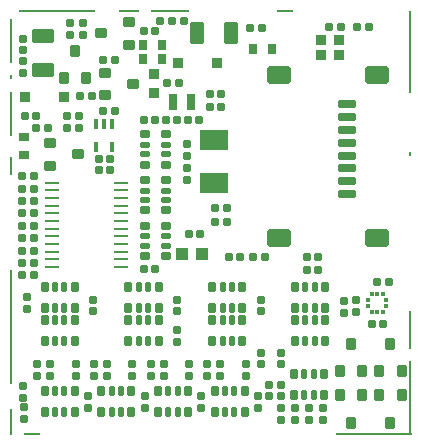
<source format=gbp>
G04*
G04 #@! TF.GenerationSoftware,Altium Limited,Altium Designer,23.8.1 (32)*
G04*
G04 Layer_Color=128*
%FSLAX25Y25*%
%MOIN*%
G70*
G04*
G04 #@! TF.SameCoordinates,F58DEBE5-8EEA-44EF-AA6C-98AFA8108316*
G04*
G04*
G04 #@! TF.FilePolarity,Positive*
G04*
G01*
G75*
%ADD22R,0.12992X0.00787*%
%ADD23R,0.06693X0.00787*%
%ADD24R,0.00787X0.12992*%
%ADD25R,0.05512X0.00787*%
%ADD26R,0.25197X0.00787*%
%ADD27R,0.00787X0.38189*%
%ADD28R,0.00787X0.09055*%
%ADD29R,0.00787X0.06299*%
%ADD30R,0.00787X0.24803*%
%ADD31R,0.00787X0.27559*%
%ADD32R,0.00787X0.14567*%
%ADD33R,0.00787X0.01575*%
G04:AMPARAMS|DCode=34|XSize=25.59mil|YSize=31.5mil|CornerRadius=2.56mil|HoleSize=0mil|Usage=FLASHONLY|Rotation=270.000|XOffset=0mil|YOffset=0mil|HoleType=Round|Shape=RoundedRectangle|*
%AMROUNDEDRECTD34*
21,1,0.02559,0.02638,0,0,270.0*
21,1,0.02047,0.03150,0,0,270.0*
1,1,0.00512,-0.01319,-0.01024*
1,1,0.00512,-0.01319,0.01024*
1,1,0.00512,0.01319,0.01024*
1,1,0.00512,0.01319,-0.01024*
%
%ADD34ROUNDEDRECTD34*%
G04:AMPARAMS|DCode=35|XSize=17.72mil|YSize=31.5mil|CornerRadius=1.77mil|HoleSize=0mil|Usage=FLASHONLY|Rotation=270.000|XOffset=0mil|YOffset=0mil|HoleType=Round|Shape=RoundedRectangle|*
%AMROUNDEDRECTD35*
21,1,0.01772,0.02795,0,0,270.0*
21,1,0.01417,0.03150,0,0,270.0*
1,1,0.00354,-0.01398,-0.00709*
1,1,0.00354,-0.01398,0.00709*
1,1,0.00354,0.01398,0.00709*
1,1,0.00354,0.01398,-0.00709*
%
%ADD35ROUNDEDRECTD35*%
G04:AMPARAMS|DCode=39|XSize=27.56mil|YSize=23.62mil|CornerRadius=2.36mil|HoleSize=0mil|Usage=FLASHONLY|Rotation=90.000|XOffset=0mil|YOffset=0mil|HoleType=Round|Shape=RoundedRectangle|*
%AMROUNDEDRECTD39*
21,1,0.02756,0.01890,0,0,90.0*
21,1,0.02284,0.02362,0,0,90.0*
1,1,0.00472,0.00945,0.01142*
1,1,0.00472,0.00945,-0.01142*
1,1,0.00472,-0.00945,-0.01142*
1,1,0.00472,-0.00945,0.01142*
%
%ADD39ROUNDEDRECTD39*%
G04:AMPARAMS|DCode=43|XSize=27.56mil|YSize=23.62mil|CornerRadius=2.36mil|HoleSize=0mil|Usage=FLASHONLY|Rotation=180.000|XOffset=0mil|YOffset=0mil|HoleType=Round|Shape=RoundedRectangle|*
%AMROUNDEDRECTD43*
21,1,0.02756,0.01890,0,0,180.0*
21,1,0.02284,0.02362,0,0,180.0*
1,1,0.00472,-0.01142,0.00945*
1,1,0.00472,0.01142,0.00945*
1,1,0.00472,0.01142,-0.00945*
1,1,0.00472,-0.01142,-0.00945*
%
%ADD43ROUNDEDRECTD43*%
G04:AMPARAMS|DCode=45|XSize=35.43mil|YSize=37.4mil|CornerRadius=3.54mil|HoleSize=0mil|Usage=FLASHONLY|Rotation=270.000|XOffset=0mil|YOffset=0mil|HoleType=Round|Shape=RoundedRectangle|*
%AMROUNDEDRECTD45*
21,1,0.03543,0.03032,0,0,270.0*
21,1,0.02835,0.03740,0,0,270.0*
1,1,0.00709,-0.01516,-0.01417*
1,1,0.00709,-0.01516,0.01417*
1,1,0.00709,0.01516,0.01417*
1,1,0.00709,0.01516,-0.01417*
%
%ADD45ROUNDEDRECTD45*%
G04:AMPARAMS|DCode=49|XSize=27.56mil|YSize=36.22mil|CornerRadius=2.76mil|HoleSize=0mil|Usage=FLASHONLY|Rotation=0.000|XOffset=0mil|YOffset=0mil|HoleType=Round|Shape=RoundedRectangle|*
%AMROUNDEDRECTD49*
21,1,0.02756,0.03071,0,0,0.0*
21,1,0.02205,0.03622,0,0,0.0*
1,1,0.00551,0.01102,-0.01535*
1,1,0.00551,-0.01102,-0.01535*
1,1,0.00551,-0.01102,0.01535*
1,1,0.00551,0.01102,0.01535*
%
%ADD49ROUNDEDRECTD49*%
G04:AMPARAMS|DCode=51|XSize=35.43mil|YSize=37.4mil|CornerRadius=3.54mil|HoleSize=0mil|Usage=FLASHONLY|Rotation=270.000|XOffset=0mil|YOffset=0mil|HoleType=Round|Shape=RoundedRectangle|*
%AMROUNDEDRECTD51*
21,1,0.03543,0.03032,0,0,270.0*
21,1,0.02835,0.03740,0,0,270.0*
1,1,0.00709,-0.01516,-0.01417*
1,1,0.00709,-0.01516,0.01417*
1,1,0.00709,0.01516,0.01417*
1,1,0.00709,0.01516,-0.01417*
%
%ADD51ROUNDEDRECTD51*%
G04:AMPARAMS|DCode=94|XSize=33.47mil|YSize=33.47mil|CornerRadius=3.35mil|HoleSize=0mil|Usage=FLASHONLY|Rotation=90.000|XOffset=0mil|YOffset=0mil|HoleType=Round|Shape=RoundedRectangle|*
%AMROUNDEDRECTD94*
21,1,0.03347,0.02677,0,0,90.0*
21,1,0.02677,0.03347,0,0,90.0*
1,1,0.00669,0.01339,0.01339*
1,1,0.00669,0.01339,-0.01339*
1,1,0.00669,-0.01339,-0.01339*
1,1,0.00669,-0.01339,0.01339*
%
%ADD94ROUNDEDRECTD94*%
G04:AMPARAMS|DCode=95|XSize=25.59mil|YSize=31.5mil|CornerRadius=2.56mil|HoleSize=0mil|Usage=FLASHONLY|Rotation=0.000|XOffset=0mil|YOffset=0mil|HoleType=Round|Shape=RoundedRectangle|*
%AMROUNDEDRECTD95*
21,1,0.02559,0.02638,0,0,0.0*
21,1,0.02047,0.03150,0,0,0.0*
1,1,0.00512,0.01024,-0.01319*
1,1,0.00512,-0.01024,-0.01319*
1,1,0.00512,-0.01024,0.01319*
1,1,0.00512,0.01024,0.01319*
%
%ADD95ROUNDEDRECTD95*%
G04:AMPARAMS|DCode=96|XSize=17.72mil|YSize=31.5mil|CornerRadius=1.77mil|HoleSize=0mil|Usage=FLASHONLY|Rotation=0.000|XOffset=0mil|YOffset=0mil|HoleType=Round|Shape=RoundedRectangle|*
%AMROUNDEDRECTD96*
21,1,0.01772,0.02795,0,0,0.0*
21,1,0.01417,0.03150,0,0,0.0*
1,1,0.00354,0.00709,-0.01398*
1,1,0.00354,-0.00709,-0.01398*
1,1,0.00354,-0.00709,0.01398*
1,1,0.00354,0.00709,0.01398*
%
%ADD96ROUNDEDRECTD96*%
G04:AMPARAMS|DCode=97|XSize=33.47mil|YSize=33.47mil|CornerRadius=3.35mil|HoleSize=0mil|Usage=FLASHONLY|Rotation=0.000|XOffset=0mil|YOffset=0mil|HoleType=Round|Shape=RoundedRectangle|*
%AMROUNDEDRECTD97*
21,1,0.03347,0.02677,0,0,0.0*
21,1,0.02677,0.03347,0,0,0.0*
1,1,0.00669,0.01339,-0.01339*
1,1,0.00669,-0.01339,-0.01339*
1,1,0.00669,-0.01339,0.01339*
1,1,0.00669,0.01339,0.01339*
%
%ADD97ROUNDEDRECTD97*%
G04:AMPARAMS|DCode=98|XSize=78.74mil|YSize=57.09mil|CornerRadius=5.71mil|HoleSize=0mil|Usage=FLASHONLY|Rotation=180.000|XOffset=0mil|YOffset=0mil|HoleType=Round|Shape=RoundedRectangle|*
%AMROUNDEDRECTD98*
21,1,0.07874,0.04567,0,0,180.0*
21,1,0.06732,0.05709,0,0,180.0*
1,1,0.01142,-0.03366,0.02284*
1,1,0.01142,0.03366,0.02284*
1,1,0.01142,0.03366,-0.02284*
1,1,0.01142,-0.03366,-0.02284*
%
%ADD98ROUNDEDRECTD98*%
G04:AMPARAMS|DCode=99|XSize=59.06mil|YSize=25.59mil|CornerRadius=2.56mil|HoleSize=0mil|Usage=FLASHONLY|Rotation=180.000|XOffset=0mil|YOffset=0mil|HoleType=Round|Shape=RoundedRectangle|*
%AMROUNDEDRECTD99*
21,1,0.05906,0.02047,0,0,180.0*
21,1,0.05394,0.02559,0,0,180.0*
1,1,0.00512,-0.02697,0.01024*
1,1,0.00512,0.02697,0.01024*
1,1,0.00512,0.02697,-0.01024*
1,1,0.00512,-0.02697,-0.01024*
%
%ADD99ROUNDEDRECTD99*%
G04:AMPARAMS|DCode=100|XSize=35.43mil|YSize=37.4mil|CornerRadius=3.54mil|HoleSize=0mil|Usage=FLASHONLY|Rotation=180.000|XOffset=0mil|YOffset=0mil|HoleType=Round|Shape=RoundedRectangle|*
%AMROUNDEDRECTD100*
21,1,0.03543,0.03032,0,0,180.0*
21,1,0.02835,0.03740,0,0,180.0*
1,1,0.00709,-0.01417,0.01516*
1,1,0.00709,0.01417,0.01516*
1,1,0.00709,0.01417,-0.01516*
1,1,0.00709,-0.01417,-0.01516*
%
%ADD100ROUNDEDRECTD100*%
%ADD101R,0.01378X0.01476*%
G04:AMPARAMS|DCode=103|XSize=12.6mil|YSize=31.5mil|CornerRadius=1.26mil|HoleSize=0mil|Usage=FLASHONLY|Rotation=180.000|XOffset=0mil|YOffset=0mil|HoleType=Round|Shape=RoundedRectangle|*
%AMROUNDEDRECTD103*
21,1,0.01260,0.02898,0,0,180.0*
21,1,0.01008,0.03150,0,0,180.0*
1,1,0.00252,-0.00504,0.01449*
1,1,0.00252,0.00504,0.01449*
1,1,0.00252,0.00504,-0.01449*
1,1,0.00252,-0.00504,-0.01449*
%
%ADD103ROUNDEDRECTD103*%
%ADD104O,0.04961X0.00984*%
G04:AMPARAMS|DCode=105|XSize=70.87mil|YSize=45.28mil|CornerRadius=4.53mil|HoleSize=0mil|Usage=FLASHONLY|Rotation=0.000|XOffset=0mil|YOffset=0mil|HoleType=Round|Shape=RoundedRectangle|*
%AMROUNDEDRECTD105*
21,1,0.07087,0.03622,0,0,0.0*
21,1,0.06181,0.04528,0,0,0.0*
1,1,0.00906,0.03091,-0.01811*
1,1,0.00906,-0.03091,-0.01811*
1,1,0.00906,-0.03091,0.01811*
1,1,0.00906,0.03091,0.01811*
%
%ADD105ROUNDEDRECTD105*%
G04:AMPARAMS|DCode=106|XSize=35.83mil|YSize=33.47mil|CornerRadius=3.35mil|HoleSize=0mil|Usage=FLASHONLY|Rotation=0.000|XOffset=0mil|YOffset=0mil|HoleType=Round|Shape=RoundedRectangle|*
%AMROUNDEDRECTD106*
21,1,0.03583,0.02677,0,0,0.0*
21,1,0.02913,0.03347,0,0,0.0*
1,1,0.00669,0.01457,-0.01339*
1,1,0.00669,-0.01457,-0.01339*
1,1,0.00669,-0.01457,0.01339*
1,1,0.00669,0.01457,0.01339*
%
%ADD106ROUNDEDRECTD106*%
%ADD107R,0.09449X0.06693*%
%ADD108R,0.01476X0.01378*%
G04:AMPARAMS|DCode=109|XSize=27.56mil|YSize=55.12mil|CornerRadius=2.76mil|HoleSize=0mil|Usage=FLASHONLY|Rotation=0.000|XOffset=0mil|YOffset=0mil|HoleType=Round|Shape=RoundedRectangle|*
%AMROUNDEDRECTD109*
21,1,0.02756,0.04961,0,0,0.0*
21,1,0.02205,0.05512,0,0,0.0*
1,1,0.00551,0.01102,-0.02480*
1,1,0.00551,-0.01102,-0.02480*
1,1,0.00551,-0.01102,0.02480*
1,1,0.00551,0.01102,0.02480*
%
%ADD109ROUNDEDRECTD109*%
G04:AMPARAMS|DCode=110|XSize=35.43mil|YSize=37.4mil|CornerRadius=3.54mil|HoleSize=0mil|Usage=FLASHONLY|Rotation=180.000|XOffset=0mil|YOffset=0mil|HoleType=Round|Shape=RoundedRectangle|*
%AMROUNDEDRECTD110*
21,1,0.03543,0.03032,0,0,180.0*
21,1,0.02835,0.03740,0,0,180.0*
1,1,0.00709,-0.01417,0.01516*
1,1,0.00709,0.01417,0.01516*
1,1,0.00709,0.01417,-0.01516*
1,1,0.00709,-0.01417,-0.01516*
%
%ADD110ROUNDEDRECTD110*%
%ADD111R,0.03937X0.04331*%
G04:AMPARAMS|DCode=112|XSize=70.87mil|YSize=45.28mil|CornerRadius=4.53mil|HoleSize=0mil|Usage=FLASHONLY|Rotation=90.000|XOffset=0mil|YOffset=0mil|HoleType=Round|Shape=RoundedRectangle|*
%AMROUNDEDRECTD112*
21,1,0.07087,0.03622,0,0,90.0*
21,1,0.06181,0.04528,0,0,90.0*
1,1,0.00906,0.01811,0.03091*
1,1,0.00906,0.01811,-0.03091*
1,1,0.00906,-0.01811,-0.03091*
1,1,0.00906,-0.01811,0.03091*
%
%ADD112ROUNDEDRECTD112*%
G04:AMPARAMS|DCode=113|XSize=27.56mil|YSize=36.22mil|CornerRadius=2.76mil|HoleSize=0mil|Usage=FLASHONLY|Rotation=90.000|XOffset=0mil|YOffset=0mil|HoleType=Round|Shape=RoundedRectangle|*
%AMROUNDEDRECTD113*
21,1,0.02756,0.03071,0,0,90.0*
21,1,0.02205,0.03622,0,0,90.0*
1,1,0.00551,0.01535,0.01102*
1,1,0.00551,0.01535,-0.01102*
1,1,0.00551,-0.01535,-0.01102*
1,1,0.00551,-0.01535,0.01102*
%
%ADD113ROUNDEDRECTD113*%
D22*
X53347Y141339D02*
D03*
D23*
X39567D02*
D03*
D24*
X133465Y35236D02*
D03*
D25*
X91732Y141339D02*
D03*
X7480Y394D02*
D03*
D26*
X121260Y394D02*
D03*
X15748Y141339D02*
D03*
D27*
X394Y36024D02*
D03*
D28*
X394Y4528D02*
D03*
D29*
X394Y89764D02*
D03*
D30*
X133465Y12402D02*
D03*
D31*
Y127953D02*
D03*
D32*
X394Y107283D02*
D03*
Y131299D02*
D03*
D33*
Y119291D02*
D03*
X133465Y93701D02*
D03*
D34*
X51969Y85039D02*
D03*
Y59744D02*
D03*
Y75000D02*
D03*
Y69784D02*
D03*
X44882Y100295D02*
D03*
X51969D02*
D03*
X51969Y90256D02*
D03*
X44882D02*
D03*
X44882Y59744D02*
D03*
Y69784D02*
D03*
Y75000D02*
D03*
Y85039D02*
D03*
D35*
X51969Y81594D02*
D03*
Y66339D02*
D03*
Y78445D02*
D03*
Y63189D02*
D03*
X51969Y93701D02*
D03*
Y96850D02*
D03*
X44882Y96850D02*
D03*
X44882Y93701D02*
D03*
X44882Y66339D02*
D03*
Y63189D02*
D03*
Y81594D02*
D03*
Y78445D02*
D03*
D39*
X53937Y138189D02*
D03*
X50000D02*
D03*
X48425Y134646D02*
D03*
X44488D02*
D03*
X56299Y117323D02*
D03*
X52362D02*
D03*
X84952Y59621D02*
D03*
X81015D02*
D03*
X76756D02*
D03*
X72819D02*
D03*
X33434Y92088D02*
D03*
X29497D02*
D03*
X33434Y88365D02*
D03*
X29497D02*
D03*
X31018Y125197D02*
D03*
X34955D02*
D03*
X119652Y136130D02*
D03*
X83904Y135891D02*
D03*
X98819Y59621D02*
D03*
X66535Y113779D02*
D03*
Y109449D02*
D03*
X63105Y105230D02*
D03*
X51828Y105285D02*
D03*
X72244Y75625D02*
D03*
X59518Y67140D02*
D03*
X124435Y37274D02*
D03*
X98819Y55118D02*
D03*
X57874Y138189D02*
D03*
X44488Y105194D02*
D03*
X22835Y106592D02*
D03*
X8770D02*
D03*
X22835Y102362D02*
D03*
X8770D02*
D03*
X48473Y55454D02*
D03*
X3937Y53543D02*
D03*
X70472Y113779D02*
D03*
X68307Y75625D02*
D03*
Y71137D02*
D03*
X72244D02*
D03*
X126378Y51181D02*
D03*
X122441D02*
D03*
X120498Y37274D02*
D03*
X35053Y108098D02*
D03*
X31116D02*
D03*
X4832Y106592D02*
D03*
X48425Y105194D02*
D03*
X63455Y67140D02*
D03*
X55765Y105285D02*
D03*
X59168Y105230D02*
D03*
X18898Y102362D02*
D03*
X44536Y55454D02*
D03*
X7874Y53543D02*
D03*
X79967Y135891D02*
D03*
X53937Y138189D02*
D03*
X27165Y113165D02*
D03*
X23228D02*
D03*
X18898Y106592D02*
D03*
X102756Y55118D02*
D03*
Y59621D02*
D03*
X70472Y109449D02*
D03*
X115715Y136130D02*
D03*
X106399D02*
D03*
X110336D02*
D03*
X12707Y102362D02*
D03*
X3937Y57480D02*
D03*
X7874D02*
D03*
X3937Y69882D02*
D03*
X7874D02*
D03*
X3937Y74016D02*
D03*
X7874D02*
D03*
X3937Y82284D02*
D03*
X7874D02*
D03*
X3937Y78150D02*
D03*
X7874D02*
D03*
X3937Y86417D02*
D03*
X7874D02*
D03*
X3937Y65748D02*
D03*
X7874D02*
D03*
X3937Y61614D02*
D03*
X7874D02*
D03*
D43*
X58927Y88976D02*
D03*
Y93209D02*
D03*
X104331Y5118D02*
D03*
X99606Y5118D02*
D03*
X94882D02*
D03*
X90158D02*
D03*
X20079Y133465D02*
D03*
X24213D02*
D03*
X115393Y41244D02*
D03*
Y45181D02*
D03*
X4464Y132283D02*
D03*
Y128347D02*
D03*
X58927Y97146D02*
D03*
Y85039D02*
D03*
X111221Y40748D02*
D03*
Y44685D02*
D03*
X86448Y12972D02*
D03*
Y16909D02*
D03*
X90158D02*
D03*
Y12972D02*
D03*
Y27559D02*
D03*
Y23622D02*
D03*
X90158Y9055D02*
D03*
X94882D02*
D03*
X104331Y9055D02*
D03*
X99606Y9055D02*
D03*
X5499Y42249D02*
D03*
Y46186D02*
D03*
X55709Y45276D02*
D03*
Y41339D02*
D03*
Y35039D02*
D03*
Y31102D02*
D03*
X27756Y45276D02*
D03*
Y41339D02*
D03*
X51181Y19882D02*
D03*
Y23819D02*
D03*
X21851Y19882D02*
D03*
Y23819D02*
D03*
X9055Y19882D02*
D03*
Y23819D02*
D03*
X25947Y12972D02*
D03*
Y9035D02*
D03*
X4331Y12598D02*
D03*
Y16535D02*
D03*
X4528Y9449D02*
D03*
Y5512D02*
D03*
X4464Y120757D02*
D03*
Y124694D02*
D03*
X20079Y137402D02*
D03*
X24213D02*
D03*
X27953Y23819D02*
D03*
Y19882D02*
D03*
X32283Y23819D02*
D03*
Y19882D02*
D03*
X40748Y23819D02*
D03*
Y19882D02*
D03*
X44914Y9035D02*
D03*
Y12972D02*
D03*
X83661Y41339D02*
D03*
Y45276D02*
D03*
X13386Y23819D02*
D03*
Y19882D02*
D03*
X63757Y9035D02*
D03*
Y12972D02*
D03*
X59646Y23819D02*
D03*
Y19882D02*
D03*
X46851Y23819D02*
D03*
Y19882D02*
D03*
X82737Y9035D02*
D03*
Y12972D02*
D03*
X78544Y23819D02*
D03*
Y19882D02*
D03*
X70079Y23819D02*
D03*
Y19882D02*
D03*
X65748Y23819D02*
D03*
Y19882D02*
D03*
X83525Y27559D02*
D03*
Y23622D02*
D03*
D45*
X39557Y130256D02*
D03*
X31817Y120781D02*
D03*
X13484Y97411D02*
D03*
D49*
X87205Y128839D02*
D03*
X80905D02*
D03*
X50591Y130217D02*
D03*
X44291Y130217D02*
D03*
X50591Y125591D02*
D03*
X44291D02*
D03*
D51*
X22736Y93670D02*
D03*
X31817Y113301D02*
D03*
X41069Y117041D02*
D03*
X39557Y137736D02*
D03*
X30305Y133996D02*
D03*
X13484Y89930D02*
D03*
D94*
X48031Y120394D02*
D03*
Y114173D02*
D03*
D95*
X77461Y49606D02*
D03*
Y42520D02*
D03*
X67421D02*
D03*
X67421Y49606D02*
D03*
X49508Y42520D02*
D03*
X21555D02*
D03*
X39469Y38583D02*
D03*
X94587Y13386D02*
D03*
X94587Y20472D02*
D03*
X104626D02*
D03*
Y13386D02*
D03*
X11516Y31496D02*
D03*
X11516Y38583D02*
D03*
X21555Y38583D02*
D03*
X21555Y31496D02*
D03*
X21555Y49606D02*
D03*
X11516Y42520D02*
D03*
X11516Y49606D02*
D03*
X39469Y31496D02*
D03*
X49508Y38583D02*
D03*
Y31496D02*
D03*
X49508Y49606D02*
D03*
X39469Y42520D02*
D03*
Y49606D02*
D03*
X40453Y7677D02*
D03*
Y14764D02*
D03*
X30413D02*
D03*
Y7677D02*
D03*
X21555D02*
D03*
X21555Y14764D02*
D03*
X11516D02*
D03*
X11516Y7677D02*
D03*
X59351D02*
D03*
Y14764D02*
D03*
X49311D02*
D03*
X49311Y7677D02*
D03*
X78248D02*
D03*
Y14764D02*
D03*
X68209D02*
D03*
X68209Y7677D02*
D03*
X77461Y31496D02*
D03*
Y38583D02*
D03*
X67421Y38583D02*
D03*
X67421Y31496D02*
D03*
X105020D02*
D03*
X105020Y38583D02*
D03*
X94980Y38583D02*
D03*
Y31496D02*
D03*
X94980Y49606D02*
D03*
X94980Y42520D02*
D03*
X105020D02*
D03*
Y49606D02*
D03*
D96*
X70866Y42520D02*
D03*
X74016D02*
D03*
X74016Y49606D02*
D03*
X70866Y49606D02*
D03*
X46063Y42520D02*
D03*
X18110D02*
D03*
X42913Y38583D02*
D03*
X101181Y20472D02*
D03*
X98032D02*
D03*
Y13386D02*
D03*
X101181D02*
D03*
X18110Y38583D02*
D03*
X14961D02*
D03*
Y31496D02*
D03*
X18110Y31496D02*
D03*
X14961Y42520D02*
D03*
X18110Y49606D02*
D03*
X14961Y49606D02*
D03*
X46063Y38583D02*
D03*
X42913Y31496D02*
D03*
X46063D02*
D03*
X42914Y42520D02*
D03*
X46063Y49606D02*
D03*
X42914D02*
D03*
X37008Y7677D02*
D03*
X33858D02*
D03*
Y14764D02*
D03*
X37008D02*
D03*
X18111Y7677D02*
D03*
X14961D02*
D03*
Y14764D02*
D03*
X18111D02*
D03*
X55906Y7677D02*
D03*
X52756D02*
D03*
Y14764D02*
D03*
X55906D02*
D03*
X74803Y7677D02*
D03*
X71654D02*
D03*
Y14764D02*
D03*
X74803D02*
D03*
X74016Y31496D02*
D03*
X70866D02*
D03*
Y38583D02*
D03*
X74016D02*
D03*
X101575Y31496D02*
D03*
X98425D02*
D03*
Y38583D02*
D03*
X101575Y38583D02*
D03*
X98425Y49606D02*
D03*
X101575Y49606D02*
D03*
X101575Y42520D02*
D03*
X98425Y42520D02*
D03*
D97*
X109803Y126870D02*
D03*
Y131860D02*
D03*
X103583D02*
D03*
Y126870D02*
D03*
D98*
X122441Y119980D02*
D03*
X89764D02*
D03*
X122441Y65847D02*
D03*
X89764D02*
D03*
D99*
X112205Y101949D02*
D03*
Y110610D02*
D03*
Y106280D02*
D03*
Y97618D02*
D03*
Y93287D02*
D03*
Y88957D02*
D03*
Y84626D02*
D03*
Y80295D02*
D03*
D100*
X130512Y21339D02*
D03*
X117308D02*
D03*
X123031Y13307D02*
D03*
X109828Y13307D02*
D03*
X126772Y30591D02*
D03*
X113568D02*
D03*
X113568Y4055D02*
D03*
X25394Y118976D02*
D03*
X21654Y128228D02*
D03*
X126772Y4055D02*
D03*
D101*
X124435Y47112D02*
D03*
X120498D02*
D03*
X124435Y41108D02*
D03*
X122467D02*
D03*
Y47112D02*
D03*
X120498Y41108D02*
D03*
D103*
X33870Y103760D02*
D03*
X28752D02*
D03*
X31311D02*
D03*
X33870Y96279D02*
D03*
X28752D02*
D03*
D104*
X37087Y84252D02*
D03*
X14095Y81693D02*
D03*
Y84252D02*
D03*
X37087Y61221D02*
D03*
X14095Y58662D02*
D03*
Y56102D02*
D03*
Y61221D02*
D03*
Y63780D02*
D03*
Y66339D02*
D03*
Y68898D02*
D03*
Y71457D02*
D03*
Y74016D02*
D03*
Y76575D02*
D03*
Y79134D02*
D03*
X37087Y56102D02*
D03*
Y58662D02*
D03*
Y63780D02*
D03*
Y66339D02*
D03*
Y68898D02*
D03*
Y71457D02*
D03*
Y74016D02*
D03*
Y76575D02*
D03*
Y79134D02*
D03*
Y81693D02*
D03*
D105*
X11024Y121839D02*
D03*
Y133257D02*
D03*
D106*
X69114Y123974D02*
D03*
X56122D02*
D03*
X5037Y112774D02*
D03*
X18029Y112774D02*
D03*
D107*
X67889Y98569D02*
D03*
X67889Y84002D02*
D03*
D108*
X119465Y43126D02*
D03*
Y45094D02*
D03*
X125469D02*
D03*
Y43126D02*
D03*
D109*
X54478Y111092D02*
D03*
X60383D02*
D03*
D110*
X123031Y21339D02*
D03*
X109828D02*
D03*
X117308Y13307D02*
D03*
X17913Y118976D02*
D03*
X130512Y13307D02*
D03*
D111*
X57281Y60433D02*
D03*
X63974D02*
D03*
D112*
X73642Y133970D02*
D03*
X62225D02*
D03*
D113*
X4725Y99606D02*
D03*
X4725Y93307D02*
D03*
M02*

</source>
